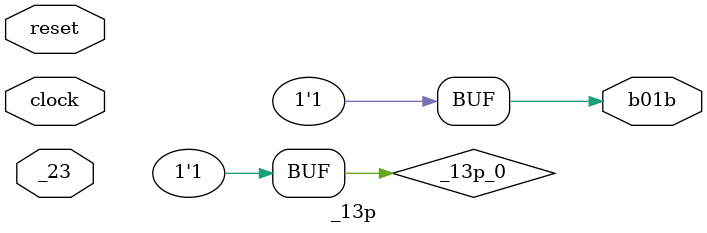
<source format=v>
module m22_1sk(clock,reset,d_m1,e3f,_23, _s3s);
	input clock;
	input reset;

	output [0:0]d_m1;
	output [103:0]e3f;
	input [31:0]_23;
	input [2:0]_s3s;
	_13p _13p_0(.b01b(d_m1),._23(_23));
	endmodule

module _13p(clock,reset,b01b,_23);
	input clock;
	input reset;

	output b01b;
	input [103:0]_23;
	wire _13p_0 = 1;
	assign b01b = _13p_0;
	endmodule

</source>
